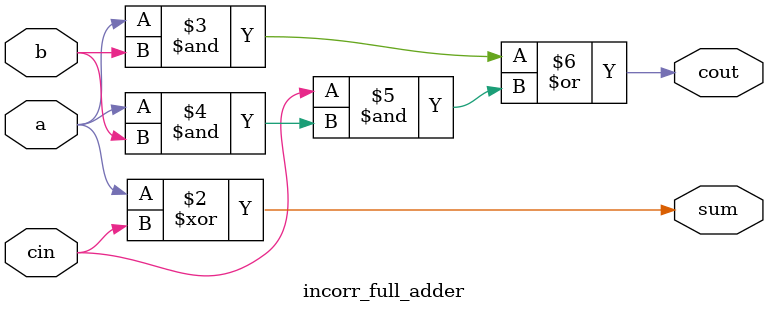
<source format=v>
module incorr_full_adder(a,b,cin,sum,cout);
input a,b,cin;
output sum,cout;
assign sum = a^1'b0^cin;
assign cout = a&b|cin&(a&b); 
// initial begin
//     $display("The incorrect adder with xor0 having in2/0");
// end   
endmodule
</source>
